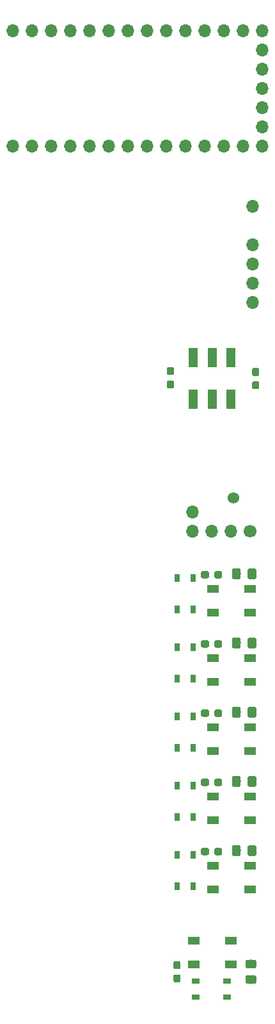
<source format=gbr>
G04 #@! TF.GenerationSoftware,KiCad,Pcbnew,(5.1.0)-1*
G04 #@! TF.CreationDate,2019-07-29T16:37:05-07:00*
G04 #@! TF.ProjectId,Watch V4,57617463-6820-4563-942e-6b696361645f,rev?*
G04 #@! TF.SameCoordinates,Original*
G04 #@! TF.FileFunction,Paste,Top*
G04 #@! TF.FilePolarity,Positive*
%FSLAX46Y46*%
G04 Gerber Fmt 4.6, Leading zero omitted, Abs format (unit mm)*
G04 Created by KiCad (PCBNEW (5.1.0)-1) date 2019-07-29 16:37:05*
%MOMM*%
%LPD*%
G04 APERTURE LIST*
%ADD10O,1.700000X1.700000*%
%ADD11C,1.524000*%
%ADD12R,1.500000X1.000000*%
%ADD13R,0.650000X1.050000*%
%ADD14C,0.100000*%
%ADD15C,0.950000*%
%ADD16C,1.150000*%
%ADD17R,1.050000X0.650000*%
%ADD18R,1.200000X2.500000*%
%ADD19C,1.700000*%
G04 APERTURE END LIST*
D10*
X158686500Y-53530500D03*
X158686500Y-58610500D03*
X158686500Y-66230500D03*
X158686500Y-63690500D03*
X158686500Y-61150500D03*
X147320000Y-45593000D03*
X149860000Y-45593000D03*
X144780000Y-45593000D03*
X154940000Y-45593000D03*
X127000000Y-45593000D03*
X129540000Y-45593000D03*
X127000000Y-30353000D03*
X129540000Y-30353000D03*
X132080000Y-30353000D03*
X134620000Y-30353000D03*
X137160000Y-30353000D03*
X139700000Y-30353000D03*
X132080000Y-45593000D03*
X134620000Y-45593000D03*
X137160000Y-45593000D03*
X139700000Y-45593000D03*
X142240000Y-45593000D03*
X152400000Y-45593000D03*
X157480000Y-45593000D03*
X160020000Y-45593000D03*
X160020000Y-43053000D03*
X160020000Y-40513000D03*
X142240000Y-30353000D03*
X144780000Y-30353000D03*
X147320000Y-30353000D03*
X149860000Y-30353000D03*
X152400000Y-30353000D03*
X154940000Y-30353000D03*
X157480000Y-30353000D03*
X160020000Y-30353000D03*
X160020000Y-32893000D03*
X160020000Y-35433000D03*
X160020000Y-37973000D03*
D11*
X156210000Y-92075000D03*
D12*
X153506000Y-104064000D03*
X153506000Y-107264000D03*
X158406000Y-104064000D03*
X158406000Y-107264000D03*
D13*
X148718000Y-106852000D03*
X148718000Y-102702000D03*
X150868000Y-106852000D03*
X150868000Y-102702000D03*
D14*
G36*
X154474779Y-101761144D02*
G01*
X154497834Y-101764563D01*
X154520443Y-101770227D01*
X154542387Y-101778079D01*
X154563457Y-101788044D01*
X154583448Y-101800026D01*
X154602168Y-101813910D01*
X154619438Y-101829562D01*
X154635090Y-101846832D01*
X154648974Y-101865552D01*
X154660956Y-101885543D01*
X154670921Y-101906613D01*
X154678773Y-101928557D01*
X154684437Y-101951166D01*
X154687856Y-101974221D01*
X154689000Y-101997500D01*
X154689000Y-102472500D01*
X154687856Y-102495779D01*
X154684437Y-102518834D01*
X154678773Y-102541443D01*
X154670921Y-102563387D01*
X154660956Y-102584457D01*
X154648974Y-102604448D01*
X154635090Y-102623168D01*
X154619438Y-102640438D01*
X154602168Y-102656090D01*
X154583448Y-102669974D01*
X154563457Y-102681956D01*
X154542387Y-102691921D01*
X154520443Y-102699773D01*
X154497834Y-102705437D01*
X154474779Y-102708856D01*
X154451500Y-102710000D01*
X153876500Y-102710000D01*
X153853221Y-102708856D01*
X153830166Y-102705437D01*
X153807557Y-102699773D01*
X153785613Y-102691921D01*
X153764543Y-102681956D01*
X153744552Y-102669974D01*
X153725832Y-102656090D01*
X153708562Y-102640438D01*
X153692910Y-102623168D01*
X153679026Y-102604448D01*
X153667044Y-102584457D01*
X153657079Y-102563387D01*
X153649227Y-102541443D01*
X153643563Y-102518834D01*
X153640144Y-102495779D01*
X153639000Y-102472500D01*
X153639000Y-101997500D01*
X153640144Y-101974221D01*
X153643563Y-101951166D01*
X153649227Y-101928557D01*
X153657079Y-101906613D01*
X153667044Y-101885543D01*
X153679026Y-101865552D01*
X153692910Y-101846832D01*
X153708562Y-101829562D01*
X153725832Y-101813910D01*
X153744552Y-101800026D01*
X153764543Y-101788044D01*
X153785613Y-101778079D01*
X153807557Y-101770227D01*
X153830166Y-101764563D01*
X153853221Y-101761144D01*
X153876500Y-101760000D01*
X154451500Y-101760000D01*
X154474779Y-101761144D01*
X154474779Y-101761144D01*
G37*
D15*
X154164000Y-102235000D03*
D14*
G36*
X152724779Y-101761144D02*
G01*
X152747834Y-101764563D01*
X152770443Y-101770227D01*
X152792387Y-101778079D01*
X152813457Y-101788044D01*
X152833448Y-101800026D01*
X152852168Y-101813910D01*
X152869438Y-101829562D01*
X152885090Y-101846832D01*
X152898974Y-101865552D01*
X152910956Y-101885543D01*
X152920921Y-101906613D01*
X152928773Y-101928557D01*
X152934437Y-101951166D01*
X152937856Y-101974221D01*
X152939000Y-101997500D01*
X152939000Y-102472500D01*
X152937856Y-102495779D01*
X152934437Y-102518834D01*
X152928773Y-102541443D01*
X152920921Y-102563387D01*
X152910956Y-102584457D01*
X152898974Y-102604448D01*
X152885090Y-102623168D01*
X152869438Y-102640438D01*
X152852168Y-102656090D01*
X152833448Y-102669974D01*
X152813457Y-102681956D01*
X152792387Y-102691921D01*
X152770443Y-102699773D01*
X152747834Y-102705437D01*
X152724779Y-102708856D01*
X152701500Y-102710000D01*
X152126500Y-102710000D01*
X152103221Y-102708856D01*
X152080166Y-102705437D01*
X152057557Y-102699773D01*
X152035613Y-102691921D01*
X152014543Y-102681956D01*
X151994552Y-102669974D01*
X151975832Y-102656090D01*
X151958562Y-102640438D01*
X151942910Y-102623168D01*
X151929026Y-102604448D01*
X151917044Y-102584457D01*
X151907079Y-102563387D01*
X151899227Y-102541443D01*
X151893563Y-102518834D01*
X151890144Y-102495779D01*
X151889000Y-102472500D01*
X151889000Y-101997500D01*
X151890144Y-101974221D01*
X151893563Y-101951166D01*
X151899227Y-101928557D01*
X151907079Y-101906613D01*
X151917044Y-101885543D01*
X151929026Y-101865552D01*
X151942910Y-101846832D01*
X151958562Y-101829562D01*
X151975832Y-101813910D01*
X151994552Y-101800026D01*
X152014543Y-101788044D01*
X152035613Y-101778079D01*
X152057557Y-101770227D01*
X152080166Y-101764563D01*
X152103221Y-101761144D01*
X152126500Y-101760000D01*
X152701500Y-101760000D01*
X152724779Y-101761144D01*
X152724779Y-101761144D01*
G37*
D15*
X152414000Y-102235000D03*
D14*
G36*
X158981505Y-101409204D02*
G01*
X159005773Y-101412804D01*
X159029572Y-101418765D01*
X159052671Y-101427030D01*
X159074850Y-101437520D01*
X159095893Y-101450132D01*
X159115599Y-101464747D01*
X159133777Y-101481223D01*
X159150253Y-101499401D01*
X159164868Y-101519107D01*
X159177480Y-101540150D01*
X159187970Y-101562329D01*
X159196235Y-101585428D01*
X159202196Y-101609227D01*
X159205796Y-101633495D01*
X159207000Y-101657999D01*
X159207000Y-102558001D01*
X159205796Y-102582505D01*
X159202196Y-102606773D01*
X159196235Y-102630572D01*
X159187970Y-102653671D01*
X159177480Y-102675850D01*
X159164868Y-102696893D01*
X159150253Y-102716599D01*
X159133777Y-102734777D01*
X159115599Y-102751253D01*
X159095893Y-102765868D01*
X159074850Y-102778480D01*
X159052671Y-102788970D01*
X159029572Y-102797235D01*
X159005773Y-102803196D01*
X158981505Y-102806796D01*
X158957001Y-102808000D01*
X158306999Y-102808000D01*
X158282495Y-102806796D01*
X158258227Y-102803196D01*
X158234428Y-102797235D01*
X158211329Y-102788970D01*
X158189150Y-102778480D01*
X158168107Y-102765868D01*
X158148401Y-102751253D01*
X158130223Y-102734777D01*
X158113747Y-102716599D01*
X158099132Y-102696893D01*
X158086520Y-102675850D01*
X158076030Y-102653671D01*
X158067765Y-102630572D01*
X158061804Y-102606773D01*
X158058204Y-102582505D01*
X158057000Y-102558001D01*
X158057000Y-101657999D01*
X158058204Y-101633495D01*
X158061804Y-101609227D01*
X158067765Y-101585428D01*
X158076030Y-101562329D01*
X158086520Y-101540150D01*
X158099132Y-101519107D01*
X158113747Y-101499401D01*
X158130223Y-101481223D01*
X158148401Y-101464747D01*
X158168107Y-101450132D01*
X158189150Y-101437520D01*
X158211329Y-101427030D01*
X158234428Y-101418765D01*
X158258227Y-101412804D01*
X158282495Y-101409204D01*
X158306999Y-101408000D01*
X158957001Y-101408000D01*
X158981505Y-101409204D01*
X158981505Y-101409204D01*
G37*
D16*
X158632000Y-102108000D03*
D14*
G36*
X156931505Y-101409204D02*
G01*
X156955773Y-101412804D01*
X156979572Y-101418765D01*
X157002671Y-101427030D01*
X157024850Y-101437520D01*
X157045893Y-101450132D01*
X157065599Y-101464747D01*
X157083777Y-101481223D01*
X157100253Y-101499401D01*
X157114868Y-101519107D01*
X157127480Y-101540150D01*
X157137970Y-101562329D01*
X157146235Y-101585428D01*
X157152196Y-101609227D01*
X157155796Y-101633495D01*
X157157000Y-101657999D01*
X157157000Y-102558001D01*
X157155796Y-102582505D01*
X157152196Y-102606773D01*
X157146235Y-102630572D01*
X157137970Y-102653671D01*
X157127480Y-102675850D01*
X157114868Y-102696893D01*
X157100253Y-102716599D01*
X157083777Y-102734777D01*
X157065599Y-102751253D01*
X157045893Y-102765868D01*
X157024850Y-102778480D01*
X157002671Y-102788970D01*
X156979572Y-102797235D01*
X156955773Y-102803196D01*
X156931505Y-102806796D01*
X156907001Y-102808000D01*
X156256999Y-102808000D01*
X156232495Y-102806796D01*
X156208227Y-102803196D01*
X156184428Y-102797235D01*
X156161329Y-102788970D01*
X156139150Y-102778480D01*
X156118107Y-102765868D01*
X156098401Y-102751253D01*
X156080223Y-102734777D01*
X156063747Y-102716599D01*
X156049132Y-102696893D01*
X156036520Y-102675850D01*
X156026030Y-102653671D01*
X156017765Y-102630572D01*
X156011804Y-102606773D01*
X156008204Y-102582505D01*
X156007000Y-102558001D01*
X156007000Y-101657999D01*
X156008204Y-101633495D01*
X156011804Y-101609227D01*
X156017765Y-101585428D01*
X156026030Y-101562329D01*
X156036520Y-101540150D01*
X156049132Y-101519107D01*
X156063747Y-101499401D01*
X156080223Y-101481223D01*
X156098401Y-101464747D01*
X156118107Y-101450132D01*
X156139150Y-101437520D01*
X156161329Y-101427030D01*
X156184428Y-101418765D01*
X156208227Y-101412804D01*
X156232495Y-101409204D01*
X156256999Y-101408000D01*
X156907001Y-101408000D01*
X156931505Y-101409204D01*
X156931505Y-101409204D01*
G37*
D16*
X156582000Y-102108000D03*
D12*
X153506000Y-113208000D03*
X153506000Y-116408000D03*
X158406000Y-113208000D03*
X158406000Y-116408000D03*
D13*
X148718000Y-115996000D03*
X148718000Y-111846000D03*
X150868000Y-115996000D03*
X150868000Y-111846000D03*
D14*
G36*
X154474779Y-110905144D02*
G01*
X154497834Y-110908563D01*
X154520443Y-110914227D01*
X154542387Y-110922079D01*
X154563457Y-110932044D01*
X154583448Y-110944026D01*
X154602168Y-110957910D01*
X154619438Y-110973562D01*
X154635090Y-110990832D01*
X154648974Y-111009552D01*
X154660956Y-111029543D01*
X154670921Y-111050613D01*
X154678773Y-111072557D01*
X154684437Y-111095166D01*
X154687856Y-111118221D01*
X154689000Y-111141500D01*
X154689000Y-111616500D01*
X154687856Y-111639779D01*
X154684437Y-111662834D01*
X154678773Y-111685443D01*
X154670921Y-111707387D01*
X154660956Y-111728457D01*
X154648974Y-111748448D01*
X154635090Y-111767168D01*
X154619438Y-111784438D01*
X154602168Y-111800090D01*
X154583448Y-111813974D01*
X154563457Y-111825956D01*
X154542387Y-111835921D01*
X154520443Y-111843773D01*
X154497834Y-111849437D01*
X154474779Y-111852856D01*
X154451500Y-111854000D01*
X153876500Y-111854000D01*
X153853221Y-111852856D01*
X153830166Y-111849437D01*
X153807557Y-111843773D01*
X153785613Y-111835921D01*
X153764543Y-111825956D01*
X153744552Y-111813974D01*
X153725832Y-111800090D01*
X153708562Y-111784438D01*
X153692910Y-111767168D01*
X153679026Y-111748448D01*
X153667044Y-111728457D01*
X153657079Y-111707387D01*
X153649227Y-111685443D01*
X153643563Y-111662834D01*
X153640144Y-111639779D01*
X153639000Y-111616500D01*
X153639000Y-111141500D01*
X153640144Y-111118221D01*
X153643563Y-111095166D01*
X153649227Y-111072557D01*
X153657079Y-111050613D01*
X153667044Y-111029543D01*
X153679026Y-111009552D01*
X153692910Y-110990832D01*
X153708562Y-110973562D01*
X153725832Y-110957910D01*
X153744552Y-110944026D01*
X153764543Y-110932044D01*
X153785613Y-110922079D01*
X153807557Y-110914227D01*
X153830166Y-110908563D01*
X153853221Y-110905144D01*
X153876500Y-110904000D01*
X154451500Y-110904000D01*
X154474779Y-110905144D01*
X154474779Y-110905144D01*
G37*
D15*
X154164000Y-111379000D03*
D14*
G36*
X152724779Y-110905144D02*
G01*
X152747834Y-110908563D01*
X152770443Y-110914227D01*
X152792387Y-110922079D01*
X152813457Y-110932044D01*
X152833448Y-110944026D01*
X152852168Y-110957910D01*
X152869438Y-110973562D01*
X152885090Y-110990832D01*
X152898974Y-111009552D01*
X152910956Y-111029543D01*
X152920921Y-111050613D01*
X152928773Y-111072557D01*
X152934437Y-111095166D01*
X152937856Y-111118221D01*
X152939000Y-111141500D01*
X152939000Y-111616500D01*
X152937856Y-111639779D01*
X152934437Y-111662834D01*
X152928773Y-111685443D01*
X152920921Y-111707387D01*
X152910956Y-111728457D01*
X152898974Y-111748448D01*
X152885090Y-111767168D01*
X152869438Y-111784438D01*
X152852168Y-111800090D01*
X152833448Y-111813974D01*
X152813457Y-111825956D01*
X152792387Y-111835921D01*
X152770443Y-111843773D01*
X152747834Y-111849437D01*
X152724779Y-111852856D01*
X152701500Y-111854000D01*
X152126500Y-111854000D01*
X152103221Y-111852856D01*
X152080166Y-111849437D01*
X152057557Y-111843773D01*
X152035613Y-111835921D01*
X152014543Y-111825956D01*
X151994552Y-111813974D01*
X151975832Y-111800090D01*
X151958562Y-111784438D01*
X151942910Y-111767168D01*
X151929026Y-111748448D01*
X151917044Y-111728457D01*
X151907079Y-111707387D01*
X151899227Y-111685443D01*
X151893563Y-111662834D01*
X151890144Y-111639779D01*
X151889000Y-111616500D01*
X151889000Y-111141500D01*
X151890144Y-111118221D01*
X151893563Y-111095166D01*
X151899227Y-111072557D01*
X151907079Y-111050613D01*
X151917044Y-111029543D01*
X151929026Y-111009552D01*
X151942910Y-110990832D01*
X151958562Y-110973562D01*
X151975832Y-110957910D01*
X151994552Y-110944026D01*
X152014543Y-110932044D01*
X152035613Y-110922079D01*
X152057557Y-110914227D01*
X152080166Y-110908563D01*
X152103221Y-110905144D01*
X152126500Y-110904000D01*
X152701500Y-110904000D01*
X152724779Y-110905144D01*
X152724779Y-110905144D01*
G37*
D15*
X152414000Y-111379000D03*
D14*
G36*
X158981505Y-110553204D02*
G01*
X159005773Y-110556804D01*
X159029572Y-110562765D01*
X159052671Y-110571030D01*
X159074850Y-110581520D01*
X159095893Y-110594132D01*
X159115599Y-110608747D01*
X159133777Y-110625223D01*
X159150253Y-110643401D01*
X159164868Y-110663107D01*
X159177480Y-110684150D01*
X159187970Y-110706329D01*
X159196235Y-110729428D01*
X159202196Y-110753227D01*
X159205796Y-110777495D01*
X159207000Y-110801999D01*
X159207000Y-111702001D01*
X159205796Y-111726505D01*
X159202196Y-111750773D01*
X159196235Y-111774572D01*
X159187970Y-111797671D01*
X159177480Y-111819850D01*
X159164868Y-111840893D01*
X159150253Y-111860599D01*
X159133777Y-111878777D01*
X159115599Y-111895253D01*
X159095893Y-111909868D01*
X159074850Y-111922480D01*
X159052671Y-111932970D01*
X159029572Y-111941235D01*
X159005773Y-111947196D01*
X158981505Y-111950796D01*
X158957001Y-111952000D01*
X158306999Y-111952000D01*
X158282495Y-111950796D01*
X158258227Y-111947196D01*
X158234428Y-111941235D01*
X158211329Y-111932970D01*
X158189150Y-111922480D01*
X158168107Y-111909868D01*
X158148401Y-111895253D01*
X158130223Y-111878777D01*
X158113747Y-111860599D01*
X158099132Y-111840893D01*
X158086520Y-111819850D01*
X158076030Y-111797671D01*
X158067765Y-111774572D01*
X158061804Y-111750773D01*
X158058204Y-111726505D01*
X158057000Y-111702001D01*
X158057000Y-110801999D01*
X158058204Y-110777495D01*
X158061804Y-110753227D01*
X158067765Y-110729428D01*
X158076030Y-110706329D01*
X158086520Y-110684150D01*
X158099132Y-110663107D01*
X158113747Y-110643401D01*
X158130223Y-110625223D01*
X158148401Y-110608747D01*
X158168107Y-110594132D01*
X158189150Y-110581520D01*
X158211329Y-110571030D01*
X158234428Y-110562765D01*
X158258227Y-110556804D01*
X158282495Y-110553204D01*
X158306999Y-110552000D01*
X158957001Y-110552000D01*
X158981505Y-110553204D01*
X158981505Y-110553204D01*
G37*
D16*
X158632000Y-111252000D03*
D14*
G36*
X156931505Y-110553204D02*
G01*
X156955773Y-110556804D01*
X156979572Y-110562765D01*
X157002671Y-110571030D01*
X157024850Y-110581520D01*
X157045893Y-110594132D01*
X157065599Y-110608747D01*
X157083777Y-110625223D01*
X157100253Y-110643401D01*
X157114868Y-110663107D01*
X157127480Y-110684150D01*
X157137970Y-110706329D01*
X157146235Y-110729428D01*
X157152196Y-110753227D01*
X157155796Y-110777495D01*
X157157000Y-110801999D01*
X157157000Y-111702001D01*
X157155796Y-111726505D01*
X157152196Y-111750773D01*
X157146235Y-111774572D01*
X157137970Y-111797671D01*
X157127480Y-111819850D01*
X157114868Y-111840893D01*
X157100253Y-111860599D01*
X157083777Y-111878777D01*
X157065599Y-111895253D01*
X157045893Y-111909868D01*
X157024850Y-111922480D01*
X157002671Y-111932970D01*
X156979572Y-111941235D01*
X156955773Y-111947196D01*
X156931505Y-111950796D01*
X156907001Y-111952000D01*
X156256999Y-111952000D01*
X156232495Y-111950796D01*
X156208227Y-111947196D01*
X156184428Y-111941235D01*
X156161329Y-111932970D01*
X156139150Y-111922480D01*
X156118107Y-111909868D01*
X156098401Y-111895253D01*
X156080223Y-111878777D01*
X156063747Y-111860599D01*
X156049132Y-111840893D01*
X156036520Y-111819850D01*
X156026030Y-111797671D01*
X156017765Y-111774572D01*
X156011804Y-111750773D01*
X156008204Y-111726505D01*
X156007000Y-111702001D01*
X156007000Y-110801999D01*
X156008204Y-110777495D01*
X156011804Y-110753227D01*
X156017765Y-110729428D01*
X156026030Y-110706329D01*
X156036520Y-110684150D01*
X156049132Y-110663107D01*
X156063747Y-110643401D01*
X156080223Y-110625223D01*
X156098401Y-110608747D01*
X156118107Y-110594132D01*
X156139150Y-110581520D01*
X156161329Y-110571030D01*
X156184428Y-110562765D01*
X156208227Y-110556804D01*
X156232495Y-110553204D01*
X156256999Y-110552000D01*
X156907001Y-110552000D01*
X156931505Y-110553204D01*
X156931505Y-110553204D01*
G37*
D16*
X156582000Y-111252000D03*
D12*
X153506000Y-122352000D03*
X153506000Y-125552000D03*
X158406000Y-122352000D03*
X158406000Y-125552000D03*
D13*
X148718000Y-125140000D03*
X148718000Y-120990000D03*
X150868000Y-125140000D03*
X150868000Y-120990000D03*
D14*
G36*
X154474779Y-120049144D02*
G01*
X154497834Y-120052563D01*
X154520443Y-120058227D01*
X154542387Y-120066079D01*
X154563457Y-120076044D01*
X154583448Y-120088026D01*
X154602168Y-120101910D01*
X154619438Y-120117562D01*
X154635090Y-120134832D01*
X154648974Y-120153552D01*
X154660956Y-120173543D01*
X154670921Y-120194613D01*
X154678773Y-120216557D01*
X154684437Y-120239166D01*
X154687856Y-120262221D01*
X154689000Y-120285500D01*
X154689000Y-120760500D01*
X154687856Y-120783779D01*
X154684437Y-120806834D01*
X154678773Y-120829443D01*
X154670921Y-120851387D01*
X154660956Y-120872457D01*
X154648974Y-120892448D01*
X154635090Y-120911168D01*
X154619438Y-120928438D01*
X154602168Y-120944090D01*
X154583448Y-120957974D01*
X154563457Y-120969956D01*
X154542387Y-120979921D01*
X154520443Y-120987773D01*
X154497834Y-120993437D01*
X154474779Y-120996856D01*
X154451500Y-120998000D01*
X153876500Y-120998000D01*
X153853221Y-120996856D01*
X153830166Y-120993437D01*
X153807557Y-120987773D01*
X153785613Y-120979921D01*
X153764543Y-120969956D01*
X153744552Y-120957974D01*
X153725832Y-120944090D01*
X153708562Y-120928438D01*
X153692910Y-120911168D01*
X153679026Y-120892448D01*
X153667044Y-120872457D01*
X153657079Y-120851387D01*
X153649227Y-120829443D01*
X153643563Y-120806834D01*
X153640144Y-120783779D01*
X153639000Y-120760500D01*
X153639000Y-120285500D01*
X153640144Y-120262221D01*
X153643563Y-120239166D01*
X153649227Y-120216557D01*
X153657079Y-120194613D01*
X153667044Y-120173543D01*
X153679026Y-120153552D01*
X153692910Y-120134832D01*
X153708562Y-120117562D01*
X153725832Y-120101910D01*
X153744552Y-120088026D01*
X153764543Y-120076044D01*
X153785613Y-120066079D01*
X153807557Y-120058227D01*
X153830166Y-120052563D01*
X153853221Y-120049144D01*
X153876500Y-120048000D01*
X154451500Y-120048000D01*
X154474779Y-120049144D01*
X154474779Y-120049144D01*
G37*
D15*
X154164000Y-120523000D03*
D14*
G36*
X152724779Y-120049144D02*
G01*
X152747834Y-120052563D01*
X152770443Y-120058227D01*
X152792387Y-120066079D01*
X152813457Y-120076044D01*
X152833448Y-120088026D01*
X152852168Y-120101910D01*
X152869438Y-120117562D01*
X152885090Y-120134832D01*
X152898974Y-120153552D01*
X152910956Y-120173543D01*
X152920921Y-120194613D01*
X152928773Y-120216557D01*
X152934437Y-120239166D01*
X152937856Y-120262221D01*
X152939000Y-120285500D01*
X152939000Y-120760500D01*
X152937856Y-120783779D01*
X152934437Y-120806834D01*
X152928773Y-120829443D01*
X152920921Y-120851387D01*
X152910956Y-120872457D01*
X152898974Y-120892448D01*
X152885090Y-120911168D01*
X152869438Y-120928438D01*
X152852168Y-120944090D01*
X152833448Y-120957974D01*
X152813457Y-120969956D01*
X152792387Y-120979921D01*
X152770443Y-120987773D01*
X152747834Y-120993437D01*
X152724779Y-120996856D01*
X152701500Y-120998000D01*
X152126500Y-120998000D01*
X152103221Y-120996856D01*
X152080166Y-120993437D01*
X152057557Y-120987773D01*
X152035613Y-120979921D01*
X152014543Y-120969956D01*
X151994552Y-120957974D01*
X151975832Y-120944090D01*
X151958562Y-120928438D01*
X151942910Y-120911168D01*
X151929026Y-120892448D01*
X151917044Y-120872457D01*
X151907079Y-120851387D01*
X151899227Y-120829443D01*
X151893563Y-120806834D01*
X151890144Y-120783779D01*
X151889000Y-120760500D01*
X151889000Y-120285500D01*
X151890144Y-120262221D01*
X151893563Y-120239166D01*
X151899227Y-120216557D01*
X151907079Y-120194613D01*
X151917044Y-120173543D01*
X151929026Y-120153552D01*
X151942910Y-120134832D01*
X151958562Y-120117562D01*
X151975832Y-120101910D01*
X151994552Y-120088026D01*
X152014543Y-120076044D01*
X152035613Y-120066079D01*
X152057557Y-120058227D01*
X152080166Y-120052563D01*
X152103221Y-120049144D01*
X152126500Y-120048000D01*
X152701500Y-120048000D01*
X152724779Y-120049144D01*
X152724779Y-120049144D01*
G37*
D15*
X152414000Y-120523000D03*
D14*
G36*
X158981505Y-119697204D02*
G01*
X159005773Y-119700804D01*
X159029572Y-119706765D01*
X159052671Y-119715030D01*
X159074850Y-119725520D01*
X159095893Y-119738132D01*
X159115599Y-119752747D01*
X159133777Y-119769223D01*
X159150253Y-119787401D01*
X159164868Y-119807107D01*
X159177480Y-119828150D01*
X159187970Y-119850329D01*
X159196235Y-119873428D01*
X159202196Y-119897227D01*
X159205796Y-119921495D01*
X159207000Y-119945999D01*
X159207000Y-120846001D01*
X159205796Y-120870505D01*
X159202196Y-120894773D01*
X159196235Y-120918572D01*
X159187970Y-120941671D01*
X159177480Y-120963850D01*
X159164868Y-120984893D01*
X159150253Y-121004599D01*
X159133777Y-121022777D01*
X159115599Y-121039253D01*
X159095893Y-121053868D01*
X159074850Y-121066480D01*
X159052671Y-121076970D01*
X159029572Y-121085235D01*
X159005773Y-121091196D01*
X158981505Y-121094796D01*
X158957001Y-121096000D01*
X158306999Y-121096000D01*
X158282495Y-121094796D01*
X158258227Y-121091196D01*
X158234428Y-121085235D01*
X158211329Y-121076970D01*
X158189150Y-121066480D01*
X158168107Y-121053868D01*
X158148401Y-121039253D01*
X158130223Y-121022777D01*
X158113747Y-121004599D01*
X158099132Y-120984893D01*
X158086520Y-120963850D01*
X158076030Y-120941671D01*
X158067765Y-120918572D01*
X158061804Y-120894773D01*
X158058204Y-120870505D01*
X158057000Y-120846001D01*
X158057000Y-119945999D01*
X158058204Y-119921495D01*
X158061804Y-119897227D01*
X158067765Y-119873428D01*
X158076030Y-119850329D01*
X158086520Y-119828150D01*
X158099132Y-119807107D01*
X158113747Y-119787401D01*
X158130223Y-119769223D01*
X158148401Y-119752747D01*
X158168107Y-119738132D01*
X158189150Y-119725520D01*
X158211329Y-119715030D01*
X158234428Y-119706765D01*
X158258227Y-119700804D01*
X158282495Y-119697204D01*
X158306999Y-119696000D01*
X158957001Y-119696000D01*
X158981505Y-119697204D01*
X158981505Y-119697204D01*
G37*
D16*
X158632000Y-120396000D03*
D14*
G36*
X156931505Y-119697204D02*
G01*
X156955773Y-119700804D01*
X156979572Y-119706765D01*
X157002671Y-119715030D01*
X157024850Y-119725520D01*
X157045893Y-119738132D01*
X157065599Y-119752747D01*
X157083777Y-119769223D01*
X157100253Y-119787401D01*
X157114868Y-119807107D01*
X157127480Y-119828150D01*
X157137970Y-119850329D01*
X157146235Y-119873428D01*
X157152196Y-119897227D01*
X157155796Y-119921495D01*
X157157000Y-119945999D01*
X157157000Y-120846001D01*
X157155796Y-120870505D01*
X157152196Y-120894773D01*
X157146235Y-120918572D01*
X157137970Y-120941671D01*
X157127480Y-120963850D01*
X157114868Y-120984893D01*
X157100253Y-121004599D01*
X157083777Y-121022777D01*
X157065599Y-121039253D01*
X157045893Y-121053868D01*
X157024850Y-121066480D01*
X157002671Y-121076970D01*
X156979572Y-121085235D01*
X156955773Y-121091196D01*
X156931505Y-121094796D01*
X156907001Y-121096000D01*
X156256999Y-121096000D01*
X156232495Y-121094796D01*
X156208227Y-121091196D01*
X156184428Y-121085235D01*
X156161329Y-121076970D01*
X156139150Y-121066480D01*
X156118107Y-121053868D01*
X156098401Y-121039253D01*
X156080223Y-121022777D01*
X156063747Y-121004599D01*
X156049132Y-120984893D01*
X156036520Y-120963850D01*
X156026030Y-120941671D01*
X156017765Y-120918572D01*
X156011804Y-120894773D01*
X156008204Y-120870505D01*
X156007000Y-120846001D01*
X156007000Y-119945999D01*
X156008204Y-119921495D01*
X156011804Y-119897227D01*
X156017765Y-119873428D01*
X156026030Y-119850329D01*
X156036520Y-119828150D01*
X156049132Y-119807107D01*
X156063747Y-119787401D01*
X156080223Y-119769223D01*
X156098401Y-119752747D01*
X156118107Y-119738132D01*
X156139150Y-119725520D01*
X156161329Y-119715030D01*
X156184428Y-119706765D01*
X156208227Y-119700804D01*
X156232495Y-119697204D01*
X156256999Y-119696000D01*
X156907001Y-119696000D01*
X156931505Y-119697204D01*
X156931505Y-119697204D01*
G37*
D16*
X156582000Y-120396000D03*
D12*
X153506000Y-131496000D03*
X153506000Y-134696000D03*
X158406000Y-131496000D03*
X158406000Y-134696000D03*
D13*
X148718000Y-134284000D03*
X148718000Y-130134000D03*
X150868000Y-134284000D03*
X150868000Y-130134000D03*
D14*
G36*
X154474779Y-129193144D02*
G01*
X154497834Y-129196563D01*
X154520443Y-129202227D01*
X154542387Y-129210079D01*
X154563457Y-129220044D01*
X154583448Y-129232026D01*
X154602168Y-129245910D01*
X154619438Y-129261562D01*
X154635090Y-129278832D01*
X154648974Y-129297552D01*
X154660956Y-129317543D01*
X154670921Y-129338613D01*
X154678773Y-129360557D01*
X154684437Y-129383166D01*
X154687856Y-129406221D01*
X154689000Y-129429500D01*
X154689000Y-129904500D01*
X154687856Y-129927779D01*
X154684437Y-129950834D01*
X154678773Y-129973443D01*
X154670921Y-129995387D01*
X154660956Y-130016457D01*
X154648974Y-130036448D01*
X154635090Y-130055168D01*
X154619438Y-130072438D01*
X154602168Y-130088090D01*
X154583448Y-130101974D01*
X154563457Y-130113956D01*
X154542387Y-130123921D01*
X154520443Y-130131773D01*
X154497834Y-130137437D01*
X154474779Y-130140856D01*
X154451500Y-130142000D01*
X153876500Y-130142000D01*
X153853221Y-130140856D01*
X153830166Y-130137437D01*
X153807557Y-130131773D01*
X153785613Y-130123921D01*
X153764543Y-130113956D01*
X153744552Y-130101974D01*
X153725832Y-130088090D01*
X153708562Y-130072438D01*
X153692910Y-130055168D01*
X153679026Y-130036448D01*
X153667044Y-130016457D01*
X153657079Y-129995387D01*
X153649227Y-129973443D01*
X153643563Y-129950834D01*
X153640144Y-129927779D01*
X153639000Y-129904500D01*
X153639000Y-129429500D01*
X153640144Y-129406221D01*
X153643563Y-129383166D01*
X153649227Y-129360557D01*
X153657079Y-129338613D01*
X153667044Y-129317543D01*
X153679026Y-129297552D01*
X153692910Y-129278832D01*
X153708562Y-129261562D01*
X153725832Y-129245910D01*
X153744552Y-129232026D01*
X153764543Y-129220044D01*
X153785613Y-129210079D01*
X153807557Y-129202227D01*
X153830166Y-129196563D01*
X153853221Y-129193144D01*
X153876500Y-129192000D01*
X154451500Y-129192000D01*
X154474779Y-129193144D01*
X154474779Y-129193144D01*
G37*
D15*
X154164000Y-129667000D03*
D14*
G36*
X152724779Y-129193144D02*
G01*
X152747834Y-129196563D01*
X152770443Y-129202227D01*
X152792387Y-129210079D01*
X152813457Y-129220044D01*
X152833448Y-129232026D01*
X152852168Y-129245910D01*
X152869438Y-129261562D01*
X152885090Y-129278832D01*
X152898974Y-129297552D01*
X152910956Y-129317543D01*
X152920921Y-129338613D01*
X152928773Y-129360557D01*
X152934437Y-129383166D01*
X152937856Y-129406221D01*
X152939000Y-129429500D01*
X152939000Y-129904500D01*
X152937856Y-129927779D01*
X152934437Y-129950834D01*
X152928773Y-129973443D01*
X152920921Y-129995387D01*
X152910956Y-130016457D01*
X152898974Y-130036448D01*
X152885090Y-130055168D01*
X152869438Y-130072438D01*
X152852168Y-130088090D01*
X152833448Y-130101974D01*
X152813457Y-130113956D01*
X152792387Y-130123921D01*
X152770443Y-130131773D01*
X152747834Y-130137437D01*
X152724779Y-130140856D01*
X152701500Y-130142000D01*
X152126500Y-130142000D01*
X152103221Y-130140856D01*
X152080166Y-130137437D01*
X152057557Y-130131773D01*
X152035613Y-130123921D01*
X152014543Y-130113956D01*
X151994552Y-130101974D01*
X151975832Y-130088090D01*
X151958562Y-130072438D01*
X151942910Y-130055168D01*
X151929026Y-130036448D01*
X151917044Y-130016457D01*
X151907079Y-129995387D01*
X151899227Y-129973443D01*
X151893563Y-129950834D01*
X151890144Y-129927779D01*
X151889000Y-129904500D01*
X151889000Y-129429500D01*
X151890144Y-129406221D01*
X151893563Y-129383166D01*
X151899227Y-129360557D01*
X151907079Y-129338613D01*
X151917044Y-129317543D01*
X151929026Y-129297552D01*
X151942910Y-129278832D01*
X151958562Y-129261562D01*
X151975832Y-129245910D01*
X151994552Y-129232026D01*
X152014543Y-129220044D01*
X152035613Y-129210079D01*
X152057557Y-129202227D01*
X152080166Y-129196563D01*
X152103221Y-129193144D01*
X152126500Y-129192000D01*
X152701500Y-129192000D01*
X152724779Y-129193144D01*
X152724779Y-129193144D01*
G37*
D15*
X152414000Y-129667000D03*
D14*
G36*
X158981505Y-128841204D02*
G01*
X159005773Y-128844804D01*
X159029572Y-128850765D01*
X159052671Y-128859030D01*
X159074850Y-128869520D01*
X159095893Y-128882132D01*
X159115599Y-128896747D01*
X159133777Y-128913223D01*
X159150253Y-128931401D01*
X159164868Y-128951107D01*
X159177480Y-128972150D01*
X159187970Y-128994329D01*
X159196235Y-129017428D01*
X159202196Y-129041227D01*
X159205796Y-129065495D01*
X159207000Y-129089999D01*
X159207000Y-129990001D01*
X159205796Y-130014505D01*
X159202196Y-130038773D01*
X159196235Y-130062572D01*
X159187970Y-130085671D01*
X159177480Y-130107850D01*
X159164868Y-130128893D01*
X159150253Y-130148599D01*
X159133777Y-130166777D01*
X159115599Y-130183253D01*
X159095893Y-130197868D01*
X159074850Y-130210480D01*
X159052671Y-130220970D01*
X159029572Y-130229235D01*
X159005773Y-130235196D01*
X158981505Y-130238796D01*
X158957001Y-130240000D01*
X158306999Y-130240000D01*
X158282495Y-130238796D01*
X158258227Y-130235196D01*
X158234428Y-130229235D01*
X158211329Y-130220970D01*
X158189150Y-130210480D01*
X158168107Y-130197868D01*
X158148401Y-130183253D01*
X158130223Y-130166777D01*
X158113747Y-130148599D01*
X158099132Y-130128893D01*
X158086520Y-130107850D01*
X158076030Y-130085671D01*
X158067765Y-130062572D01*
X158061804Y-130038773D01*
X158058204Y-130014505D01*
X158057000Y-129990001D01*
X158057000Y-129089999D01*
X158058204Y-129065495D01*
X158061804Y-129041227D01*
X158067765Y-129017428D01*
X158076030Y-128994329D01*
X158086520Y-128972150D01*
X158099132Y-128951107D01*
X158113747Y-128931401D01*
X158130223Y-128913223D01*
X158148401Y-128896747D01*
X158168107Y-128882132D01*
X158189150Y-128869520D01*
X158211329Y-128859030D01*
X158234428Y-128850765D01*
X158258227Y-128844804D01*
X158282495Y-128841204D01*
X158306999Y-128840000D01*
X158957001Y-128840000D01*
X158981505Y-128841204D01*
X158981505Y-128841204D01*
G37*
D16*
X158632000Y-129540000D03*
D14*
G36*
X156931505Y-128841204D02*
G01*
X156955773Y-128844804D01*
X156979572Y-128850765D01*
X157002671Y-128859030D01*
X157024850Y-128869520D01*
X157045893Y-128882132D01*
X157065599Y-128896747D01*
X157083777Y-128913223D01*
X157100253Y-128931401D01*
X157114868Y-128951107D01*
X157127480Y-128972150D01*
X157137970Y-128994329D01*
X157146235Y-129017428D01*
X157152196Y-129041227D01*
X157155796Y-129065495D01*
X157157000Y-129089999D01*
X157157000Y-129990001D01*
X157155796Y-130014505D01*
X157152196Y-130038773D01*
X157146235Y-130062572D01*
X157137970Y-130085671D01*
X157127480Y-130107850D01*
X157114868Y-130128893D01*
X157100253Y-130148599D01*
X157083777Y-130166777D01*
X157065599Y-130183253D01*
X157045893Y-130197868D01*
X157024850Y-130210480D01*
X157002671Y-130220970D01*
X156979572Y-130229235D01*
X156955773Y-130235196D01*
X156931505Y-130238796D01*
X156907001Y-130240000D01*
X156256999Y-130240000D01*
X156232495Y-130238796D01*
X156208227Y-130235196D01*
X156184428Y-130229235D01*
X156161329Y-130220970D01*
X156139150Y-130210480D01*
X156118107Y-130197868D01*
X156098401Y-130183253D01*
X156080223Y-130166777D01*
X156063747Y-130148599D01*
X156049132Y-130128893D01*
X156036520Y-130107850D01*
X156026030Y-130085671D01*
X156017765Y-130062572D01*
X156011804Y-130038773D01*
X156008204Y-130014505D01*
X156007000Y-129990001D01*
X156007000Y-129089999D01*
X156008204Y-129065495D01*
X156011804Y-129041227D01*
X156017765Y-129017428D01*
X156026030Y-128994329D01*
X156036520Y-128972150D01*
X156049132Y-128951107D01*
X156063747Y-128931401D01*
X156080223Y-128913223D01*
X156098401Y-128896747D01*
X156118107Y-128882132D01*
X156139150Y-128869520D01*
X156161329Y-128859030D01*
X156184428Y-128850765D01*
X156208227Y-128844804D01*
X156232495Y-128841204D01*
X156256999Y-128840000D01*
X156907001Y-128840000D01*
X156931505Y-128841204D01*
X156931505Y-128841204D01*
G37*
D16*
X156582000Y-129540000D03*
D14*
G36*
X159391779Y-76678144D02*
G01*
X159414834Y-76681563D01*
X159437443Y-76687227D01*
X159459387Y-76695079D01*
X159480457Y-76705044D01*
X159500448Y-76717026D01*
X159519168Y-76730910D01*
X159536438Y-76746562D01*
X159552090Y-76763832D01*
X159565974Y-76782552D01*
X159577956Y-76802543D01*
X159587921Y-76823613D01*
X159595773Y-76845557D01*
X159601437Y-76868166D01*
X159604856Y-76891221D01*
X159606000Y-76914500D01*
X159606000Y-77489500D01*
X159604856Y-77512779D01*
X159601437Y-77535834D01*
X159595773Y-77558443D01*
X159587921Y-77580387D01*
X159577956Y-77601457D01*
X159565974Y-77621448D01*
X159552090Y-77640168D01*
X159536438Y-77657438D01*
X159519168Y-77673090D01*
X159500448Y-77686974D01*
X159480457Y-77698956D01*
X159459387Y-77708921D01*
X159437443Y-77716773D01*
X159414834Y-77722437D01*
X159391779Y-77725856D01*
X159368500Y-77727000D01*
X158893500Y-77727000D01*
X158870221Y-77725856D01*
X158847166Y-77722437D01*
X158824557Y-77716773D01*
X158802613Y-77708921D01*
X158781543Y-77698956D01*
X158761552Y-77686974D01*
X158742832Y-77673090D01*
X158725562Y-77657438D01*
X158709910Y-77640168D01*
X158696026Y-77621448D01*
X158684044Y-77601457D01*
X158674079Y-77580387D01*
X158666227Y-77558443D01*
X158660563Y-77535834D01*
X158657144Y-77512779D01*
X158656000Y-77489500D01*
X158656000Y-76914500D01*
X158657144Y-76891221D01*
X158660563Y-76868166D01*
X158666227Y-76845557D01*
X158674079Y-76823613D01*
X158684044Y-76802543D01*
X158696026Y-76782552D01*
X158709910Y-76763832D01*
X158725562Y-76746562D01*
X158742832Y-76730910D01*
X158761552Y-76717026D01*
X158781543Y-76705044D01*
X158802613Y-76695079D01*
X158824557Y-76687227D01*
X158847166Y-76681563D01*
X158870221Y-76678144D01*
X158893500Y-76677000D01*
X159368500Y-76677000D01*
X159391779Y-76678144D01*
X159391779Y-76678144D01*
G37*
D15*
X159131000Y-77202000D03*
D14*
G36*
X159391779Y-74928144D02*
G01*
X159414834Y-74931563D01*
X159437443Y-74937227D01*
X159459387Y-74945079D01*
X159480457Y-74955044D01*
X159500448Y-74967026D01*
X159519168Y-74980910D01*
X159536438Y-74996562D01*
X159552090Y-75013832D01*
X159565974Y-75032552D01*
X159577956Y-75052543D01*
X159587921Y-75073613D01*
X159595773Y-75095557D01*
X159601437Y-75118166D01*
X159604856Y-75141221D01*
X159606000Y-75164500D01*
X159606000Y-75739500D01*
X159604856Y-75762779D01*
X159601437Y-75785834D01*
X159595773Y-75808443D01*
X159587921Y-75830387D01*
X159577956Y-75851457D01*
X159565974Y-75871448D01*
X159552090Y-75890168D01*
X159536438Y-75907438D01*
X159519168Y-75923090D01*
X159500448Y-75936974D01*
X159480457Y-75948956D01*
X159459387Y-75958921D01*
X159437443Y-75966773D01*
X159414834Y-75972437D01*
X159391779Y-75975856D01*
X159368500Y-75977000D01*
X158893500Y-75977000D01*
X158870221Y-75975856D01*
X158847166Y-75972437D01*
X158824557Y-75966773D01*
X158802613Y-75958921D01*
X158781543Y-75948956D01*
X158761552Y-75936974D01*
X158742832Y-75923090D01*
X158725562Y-75907438D01*
X158709910Y-75890168D01*
X158696026Y-75871448D01*
X158684044Y-75851457D01*
X158674079Y-75830387D01*
X158666227Y-75808443D01*
X158660563Y-75785834D01*
X158657144Y-75762779D01*
X158656000Y-75739500D01*
X158656000Y-75164500D01*
X158657144Y-75141221D01*
X158660563Y-75118166D01*
X158666227Y-75095557D01*
X158674079Y-75073613D01*
X158684044Y-75052543D01*
X158696026Y-75032552D01*
X158709910Y-75013832D01*
X158725562Y-74996562D01*
X158742832Y-74980910D01*
X158761552Y-74967026D01*
X158781543Y-74955044D01*
X158802613Y-74945079D01*
X158824557Y-74937227D01*
X158847166Y-74931563D01*
X158870221Y-74928144D01*
X158893500Y-74927000D01*
X159368500Y-74927000D01*
X159391779Y-74928144D01*
X159391779Y-74928144D01*
G37*
D15*
X159131000Y-75452000D03*
D14*
G36*
X148088779Y-74801144D02*
G01*
X148111834Y-74804563D01*
X148134443Y-74810227D01*
X148156387Y-74818079D01*
X148177457Y-74828044D01*
X148197448Y-74840026D01*
X148216168Y-74853910D01*
X148233438Y-74869562D01*
X148249090Y-74886832D01*
X148262974Y-74905552D01*
X148274956Y-74925543D01*
X148284921Y-74946613D01*
X148292773Y-74968557D01*
X148298437Y-74991166D01*
X148301856Y-75014221D01*
X148303000Y-75037500D01*
X148303000Y-75612500D01*
X148301856Y-75635779D01*
X148298437Y-75658834D01*
X148292773Y-75681443D01*
X148284921Y-75703387D01*
X148274956Y-75724457D01*
X148262974Y-75744448D01*
X148249090Y-75763168D01*
X148233438Y-75780438D01*
X148216168Y-75796090D01*
X148197448Y-75809974D01*
X148177457Y-75821956D01*
X148156387Y-75831921D01*
X148134443Y-75839773D01*
X148111834Y-75845437D01*
X148088779Y-75848856D01*
X148065500Y-75850000D01*
X147590500Y-75850000D01*
X147567221Y-75848856D01*
X147544166Y-75845437D01*
X147521557Y-75839773D01*
X147499613Y-75831921D01*
X147478543Y-75821956D01*
X147458552Y-75809974D01*
X147439832Y-75796090D01*
X147422562Y-75780438D01*
X147406910Y-75763168D01*
X147393026Y-75744448D01*
X147381044Y-75724457D01*
X147371079Y-75703387D01*
X147363227Y-75681443D01*
X147357563Y-75658834D01*
X147354144Y-75635779D01*
X147353000Y-75612500D01*
X147353000Y-75037500D01*
X147354144Y-75014221D01*
X147357563Y-74991166D01*
X147363227Y-74968557D01*
X147371079Y-74946613D01*
X147381044Y-74925543D01*
X147393026Y-74905552D01*
X147406910Y-74886832D01*
X147422562Y-74869562D01*
X147439832Y-74853910D01*
X147458552Y-74840026D01*
X147478543Y-74828044D01*
X147499613Y-74818079D01*
X147521557Y-74810227D01*
X147544166Y-74804563D01*
X147567221Y-74801144D01*
X147590500Y-74800000D01*
X148065500Y-74800000D01*
X148088779Y-74801144D01*
X148088779Y-74801144D01*
G37*
D15*
X147828000Y-75325000D03*
D14*
G36*
X148088779Y-76551144D02*
G01*
X148111834Y-76554563D01*
X148134443Y-76560227D01*
X148156387Y-76568079D01*
X148177457Y-76578044D01*
X148197448Y-76590026D01*
X148216168Y-76603910D01*
X148233438Y-76619562D01*
X148249090Y-76636832D01*
X148262974Y-76655552D01*
X148274956Y-76675543D01*
X148284921Y-76696613D01*
X148292773Y-76718557D01*
X148298437Y-76741166D01*
X148301856Y-76764221D01*
X148303000Y-76787500D01*
X148303000Y-77362500D01*
X148301856Y-77385779D01*
X148298437Y-77408834D01*
X148292773Y-77431443D01*
X148284921Y-77453387D01*
X148274956Y-77474457D01*
X148262974Y-77494448D01*
X148249090Y-77513168D01*
X148233438Y-77530438D01*
X148216168Y-77546090D01*
X148197448Y-77559974D01*
X148177457Y-77571956D01*
X148156387Y-77581921D01*
X148134443Y-77589773D01*
X148111834Y-77595437D01*
X148088779Y-77598856D01*
X148065500Y-77600000D01*
X147590500Y-77600000D01*
X147567221Y-77598856D01*
X147544166Y-77595437D01*
X147521557Y-77589773D01*
X147499613Y-77581921D01*
X147478543Y-77571956D01*
X147458552Y-77559974D01*
X147439832Y-77546090D01*
X147422562Y-77530438D01*
X147406910Y-77513168D01*
X147393026Y-77494448D01*
X147381044Y-77474457D01*
X147371079Y-77453387D01*
X147363227Y-77431443D01*
X147357563Y-77408834D01*
X147354144Y-77385779D01*
X147353000Y-77362500D01*
X147353000Y-76787500D01*
X147354144Y-76764221D01*
X147357563Y-76741166D01*
X147363227Y-76718557D01*
X147371079Y-76696613D01*
X147381044Y-76675543D01*
X147393026Y-76655552D01*
X147406910Y-76636832D01*
X147422562Y-76619562D01*
X147439832Y-76603910D01*
X147458552Y-76590026D01*
X147478543Y-76578044D01*
X147499613Y-76568079D01*
X147521557Y-76560227D01*
X147544166Y-76554563D01*
X147567221Y-76551144D01*
X147590500Y-76550000D01*
X148065500Y-76550000D01*
X148088779Y-76551144D01*
X148088779Y-76551144D01*
G37*
D15*
X147828000Y-77075000D03*
D17*
X155366000Y-158047000D03*
X151216000Y-158047000D03*
X155366000Y-155897000D03*
X151216000Y-155897000D03*
D14*
G36*
X148977779Y-155037144D02*
G01*
X149000834Y-155040563D01*
X149023443Y-155046227D01*
X149045387Y-155054079D01*
X149066457Y-155064044D01*
X149086448Y-155076026D01*
X149105168Y-155089910D01*
X149122438Y-155105562D01*
X149138090Y-155122832D01*
X149151974Y-155141552D01*
X149163956Y-155161543D01*
X149173921Y-155182613D01*
X149181773Y-155204557D01*
X149187437Y-155227166D01*
X149190856Y-155250221D01*
X149192000Y-155273500D01*
X149192000Y-155848500D01*
X149190856Y-155871779D01*
X149187437Y-155894834D01*
X149181773Y-155917443D01*
X149173921Y-155939387D01*
X149163956Y-155960457D01*
X149151974Y-155980448D01*
X149138090Y-155999168D01*
X149122438Y-156016438D01*
X149105168Y-156032090D01*
X149086448Y-156045974D01*
X149066457Y-156057956D01*
X149045387Y-156067921D01*
X149023443Y-156075773D01*
X149000834Y-156081437D01*
X148977779Y-156084856D01*
X148954500Y-156086000D01*
X148479500Y-156086000D01*
X148456221Y-156084856D01*
X148433166Y-156081437D01*
X148410557Y-156075773D01*
X148388613Y-156067921D01*
X148367543Y-156057956D01*
X148347552Y-156045974D01*
X148328832Y-156032090D01*
X148311562Y-156016438D01*
X148295910Y-155999168D01*
X148282026Y-155980448D01*
X148270044Y-155960457D01*
X148260079Y-155939387D01*
X148252227Y-155917443D01*
X148246563Y-155894834D01*
X148243144Y-155871779D01*
X148242000Y-155848500D01*
X148242000Y-155273500D01*
X148243144Y-155250221D01*
X148246563Y-155227166D01*
X148252227Y-155204557D01*
X148260079Y-155182613D01*
X148270044Y-155161543D01*
X148282026Y-155141552D01*
X148295910Y-155122832D01*
X148311562Y-155105562D01*
X148328832Y-155089910D01*
X148347552Y-155076026D01*
X148367543Y-155064044D01*
X148388613Y-155054079D01*
X148410557Y-155046227D01*
X148433166Y-155040563D01*
X148456221Y-155037144D01*
X148479500Y-155036000D01*
X148954500Y-155036000D01*
X148977779Y-155037144D01*
X148977779Y-155037144D01*
G37*
D15*
X148717000Y-155561000D03*
D14*
G36*
X148977779Y-153287144D02*
G01*
X149000834Y-153290563D01*
X149023443Y-153296227D01*
X149045387Y-153304079D01*
X149066457Y-153314044D01*
X149086448Y-153326026D01*
X149105168Y-153339910D01*
X149122438Y-153355562D01*
X149138090Y-153372832D01*
X149151974Y-153391552D01*
X149163956Y-153411543D01*
X149173921Y-153432613D01*
X149181773Y-153454557D01*
X149187437Y-153477166D01*
X149190856Y-153500221D01*
X149192000Y-153523500D01*
X149192000Y-154098500D01*
X149190856Y-154121779D01*
X149187437Y-154144834D01*
X149181773Y-154167443D01*
X149173921Y-154189387D01*
X149163956Y-154210457D01*
X149151974Y-154230448D01*
X149138090Y-154249168D01*
X149122438Y-154266438D01*
X149105168Y-154282090D01*
X149086448Y-154295974D01*
X149066457Y-154307956D01*
X149045387Y-154317921D01*
X149023443Y-154325773D01*
X149000834Y-154331437D01*
X148977779Y-154334856D01*
X148954500Y-154336000D01*
X148479500Y-154336000D01*
X148456221Y-154334856D01*
X148433166Y-154331437D01*
X148410557Y-154325773D01*
X148388613Y-154317921D01*
X148367543Y-154307956D01*
X148347552Y-154295974D01*
X148328832Y-154282090D01*
X148311562Y-154266438D01*
X148295910Y-154249168D01*
X148282026Y-154230448D01*
X148270044Y-154210457D01*
X148260079Y-154189387D01*
X148252227Y-154167443D01*
X148246563Y-154144834D01*
X148243144Y-154121779D01*
X148242000Y-154098500D01*
X148242000Y-153523500D01*
X148243144Y-153500221D01*
X148246563Y-153477166D01*
X148252227Y-153454557D01*
X148260079Y-153432613D01*
X148270044Y-153411543D01*
X148282026Y-153391552D01*
X148295910Y-153372832D01*
X148311562Y-153355562D01*
X148328832Y-153339910D01*
X148347552Y-153326026D01*
X148367543Y-153314044D01*
X148388613Y-153304079D01*
X148410557Y-153296227D01*
X148433166Y-153290563D01*
X148456221Y-153287144D01*
X148479500Y-153286000D01*
X148954500Y-153286000D01*
X148977779Y-153287144D01*
X148977779Y-153287144D01*
G37*
D15*
X148717000Y-153811000D03*
D12*
X155866000Y-153746000D03*
X155866000Y-150546000D03*
X150966000Y-153746000D03*
X150966000Y-150546000D03*
D14*
G36*
X158970505Y-155146204D02*
G01*
X158994773Y-155149804D01*
X159018572Y-155155765D01*
X159041671Y-155164030D01*
X159063850Y-155174520D01*
X159084893Y-155187132D01*
X159104599Y-155201747D01*
X159122777Y-155218223D01*
X159139253Y-155236401D01*
X159153868Y-155256107D01*
X159166480Y-155277150D01*
X159176970Y-155299329D01*
X159185235Y-155322428D01*
X159191196Y-155346227D01*
X159194796Y-155370495D01*
X159196000Y-155394999D01*
X159196000Y-156045001D01*
X159194796Y-156069505D01*
X159191196Y-156093773D01*
X159185235Y-156117572D01*
X159176970Y-156140671D01*
X159166480Y-156162850D01*
X159153868Y-156183893D01*
X159139253Y-156203599D01*
X159122777Y-156221777D01*
X159104599Y-156238253D01*
X159084893Y-156252868D01*
X159063850Y-156265480D01*
X159041671Y-156275970D01*
X159018572Y-156284235D01*
X158994773Y-156290196D01*
X158970505Y-156293796D01*
X158946001Y-156295000D01*
X158045999Y-156295000D01*
X158021495Y-156293796D01*
X157997227Y-156290196D01*
X157973428Y-156284235D01*
X157950329Y-156275970D01*
X157928150Y-156265480D01*
X157907107Y-156252868D01*
X157887401Y-156238253D01*
X157869223Y-156221777D01*
X157852747Y-156203599D01*
X157838132Y-156183893D01*
X157825520Y-156162850D01*
X157815030Y-156140671D01*
X157806765Y-156117572D01*
X157800804Y-156093773D01*
X157797204Y-156069505D01*
X157796000Y-156045001D01*
X157796000Y-155394999D01*
X157797204Y-155370495D01*
X157800804Y-155346227D01*
X157806765Y-155322428D01*
X157815030Y-155299329D01*
X157825520Y-155277150D01*
X157838132Y-155256107D01*
X157852747Y-155236401D01*
X157869223Y-155218223D01*
X157887401Y-155201747D01*
X157907107Y-155187132D01*
X157928150Y-155174520D01*
X157950329Y-155164030D01*
X157973428Y-155155765D01*
X157997227Y-155149804D01*
X158021495Y-155146204D01*
X158045999Y-155145000D01*
X158946001Y-155145000D01*
X158970505Y-155146204D01*
X158970505Y-155146204D01*
G37*
D16*
X158496000Y-155720000D03*
D14*
G36*
X158970505Y-153096204D02*
G01*
X158994773Y-153099804D01*
X159018572Y-153105765D01*
X159041671Y-153114030D01*
X159063850Y-153124520D01*
X159084893Y-153137132D01*
X159104599Y-153151747D01*
X159122777Y-153168223D01*
X159139253Y-153186401D01*
X159153868Y-153206107D01*
X159166480Y-153227150D01*
X159176970Y-153249329D01*
X159185235Y-153272428D01*
X159191196Y-153296227D01*
X159194796Y-153320495D01*
X159196000Y-153344999D01*
X159196000Y-153995001D01*
X159194796Y-154019505D01*
X159191196Y-154043773D01*
X159185235Y-154067572D01*
X159176970Y-154090671D01*
X159166480Y-154112850D01*
X159153868Y-154133893D01*
X159139253Y-154153599D01*
X159122777Y-154171777D01*
X159104599Y-154188253D01*
X159084893Y-154202868D01*
X159063850Y-154215480D01*
X159041671Y-154225970D01*
X159018572Y-154234235D01*
X158994773Y-154240196D01*
X158970505Y-154243796D01*
X158946001Y-154245000D01*
X158045999Y-154245000D01*
X158021495Y-154243796D01*
X157997227Y-154240196D01*
X157973428Y-154234235D01*
X157950329Y-154225970D01*
X157928150Y-154215480D01*
X157907107Y-154202868D01*
X157887401Y-154188253D01*
X157869223Y-154171777D01*
X157852747Y-154153599D01*
X157838132Y-154133893D01*
X157825520Y-154112850D01*
X157815030Y-154090671D01*
X157806765Y-154067572D01*
X157800804Y-154043773D01*
X157797204Y-154019505D01*
X157796000Y-153995001D01*
X157796000Y-153344999D01*
X157797204Y-153320495D01*
X157800804Y-153296227D01*
X157806765Y-153272428D01*
X157815030Y-153249329D01*
X157825520Y-153227150D01*
X157838132Y-153206107D01*
X157852747Y-153186401D01*
X157869223Y-153168223D01*
X157887401Y-153151747D01*
X157907107Y-153137132D01*
X157928150Y-153124520D01*
X157950329Y-153114030D01*
X157973428Y-153105765D01*
X157997227Y-153099804D01*
X158021495Y-153096204D01*
X158045999Y-153095000D01*
X158946001Y-153095000D01*
X158970505Y-153096204D01*
X158970505Y-153096204D01*
G37*
D16*
X158496000Y-153670000D03*
D13*
X150868000Y-139278000D03*
X150868000Y-143428000D03*
X148718000Y-139278000D03*
X148718000Y-143428000D03*
D12*
X158406000Y-143840000D03*
X158406000Y-140640000D03*
X153506000Y-143840000D03*
X153506000Y-140640000D03*
D14*
G36*
X152724779Y-138337144D02*
G01*
X152747834Y-138340563D01*
X152770443Y-138346227D01*
X152792387Y-138354079D01*
X152813457Y-138364044D01*
X152833448Y-138376026D01*
X152852168Y-138389910D01*
X152869438Y-138405562D01*
X152885090Y-138422832D01*
X152898974Y-138441552D01*
X152910956Y-138461543D01*
X152920921Y-138482613D01*
X152928773Y-138504557D01*
X152934437Y-138527166D01*
X152937856Y-138550221D01*
X152939000Y-138573500D01*
X152939000Y-139048500D01*
X152937856Y-139071779D01*
X152934437Y-139094834D01*
X152928773Y-139117443D01*
X152920921Y-139139387D01*
X152910956Y-139160457D01*
X152898974Y-139180448D01*
X152885090Y-139199168D01*
X152869438Y-139216438D01*
X152852168Y-139232090D01*
X152833448Y-139245974D01*
X152813457Y-139257956D01*
X152792387Y-139267921D01*
X152770443Y-139275773D01*
X152747834Y-139281437D01*
X152724779Y-139284856D01*
X152701500Y-139286000D01*
X152126500Y-139286000D01*
X152103221Y-139284856D01*
X152080166Y-139281437D01*
X152057557Y-139275773D01*
X152035613Y-139267921D01*
X152014543Y-139257956D01*
X151994552Y-139245974D01*
X151975832Y-139232090D01*
X151958562Y-139216438D01*
X151942910Y-139199168D01*
X151929026Y-139180448D01*
X151917044Y-139160457D01*
X151907079Y-139139387D01*
X151899227Y-139117443D01*
X151893563Y-139094834D01*
X151890144Y-139071779D01*
X151889000Y-139048500D01*
X151889000Y-138573500D01*
X151890144Y-138550221D01*
X151893563Y-138527166D01*
X151899227Y-138504557D01*
X151907079Y-138482613D01*
X151917044Y-138461543D01*
X151929026Y-138441552D01*
X151942910Y-138422832D01*
X151958562Y-138405562D01*
X151975832Y-138389910D01*
X151994552Y-138376026D01*
X152014543Y-138364044D01*
X152035613Y-138354079D01*
X152057557Y-138346227D01*
X152080166Y-138340563D01*
X152103221Y-138337144D01*
X152126500Y-138336000D01*
X152701500Y-138336000D01*
X152724779Y-138337144D01*
X152724779Y-138337144D01*
G37*
D15*
X152414000Y-138811000D03*
D14*
G36*
X154474779Y-138337144D02*
G01*
X154497834Y-138340563D01*
X154520443Y-138346227D01*
X154542387Y-138354079D01*
X154563457Y-138364044D01*
X154583448Y-138376026D01*
X154602168Y-138389910D01*
X154619438Y-138405562D01*
X154635090Y-138422832D01*
X154648974Y-138441552D01*
X154660956Y-138461543D01*
X154670921Y-138482613D01*
X154678773Y-138504557D01*
X154684437Y-138527166D01*
X154687856Y-138550221D01*
X154689000Y-138573500D01*
X154689000Y-139048500D01*
X154687856Y-139071779D01*
X154684437Y-139094834D01*
X154678773Y-139117443D01*
X154670921Y-139139387D01*
X154660956Y-139160457D01*
X154648974Y-139180448D01*
X154635090Y-139199168D01*
X154619438Y-139216438D01*
X154602168Y-139232090D01*
X154583448Y-139245974D01*
X154563457Y-139257956D01*
X154542387Y-139267921D01*
X154520443Y-139275773D01*
X154497834Y-139281437D01*
X154474779Y-139284856D01*
X154451500Y-139286000D01*
X153876500Y-139286000D01*
X153853221Y-139284856D01*
X153830166Y-139281437D01*
X153807557Y-139275773D01*
X153785613Y-139267921D01*
X153764543Y-139257956D01*
X153744552Y-139245974D01*
X153725832Y-139232090D01*
X153708562Y-139216438D01*
X153692910Y-139199168D01*
X153679026Y-139180448D01*
X153667044Y-139160457D01*
X153657079Y-139139387D01*
X153649227Y-139117443D01*
X153643563Y-139094834D01*
X153640144Y-139071779D01*
X153639000Y-139048500D01*
X153639000Y-138573500D01*
X153640144Y-138550221D01*
X153643563Y-138527166D01*
X153649227Y-138504557D01*
X153657079Y-138482613D01*
X153667044Y-138461543D01*
X153679026Y-138441552D01*
X153692910Y-138422832D01*
X153708562Y-138405562D01*
X153725832Y-138389910D01*
X153744552Y-138376026D01*
X153764543Y-138364044D01*
X153785613Y-138354079D01*
X153807557Y-138346227D01*
X153830166Y-138340563D01*
X153853221Y-138337144D01*
X153876500Y-138336000D01*
X154451500Y-138336000D01*
X154474779Y-138337144D01*
X154474779Y-138337144D01*
G37*
D15*
X154164000Y-138811000D03*
D14*
G36*
X156931505Y-137985204D02*
G01*
X156955773Y-137988804D01*
X156979572Y-137994765D01*
X157002671Y-138003030D01*
X157024850Y-138013520D01*
X157045893Y-138026132D01*
X157065599Y-138040747D01*
X157083777Y-138057223D01*
X157100253Y-138075401D01*
X157114868Y-138095107D01*
X157127480Y-138116150D01*
X157137970Y-138138329D01*
X157146235Y-138161428D01*
X157152196Y-138185227D01*
X157155796Y-138209495D01*
X157157000Y-138233999D01*
X157157000Y-139134001D01*
X157155796Y-139158505D01*
X157152196Y-139182773D01*
X157146235Y-139206572D01*
X157137970Y-139229671D01*
X157127480Y-139251850D01*
X157114868Y-139272893D01*
X157100253Y-139292599D01*
X157083777Y-139310777D01*
X157065599Y-139327253D01*
X157045893Y-139341868D01*
X157024850Y-139354480D01*
X157002671Y-139364970D01*
X156979572Y-139373235D01*
X156955773Y-139379196D01*
X156931505Y-139382796D01*
X156907001Y-139384000D01*
X156256999Y-139384000D01*
X156232495Y-139382796D01*
X156208227Y-139379196D01*
X156184428Y-139373235D01*
X156161329Y-139364970D01*
X156139150Y-139354480D01*
X156118107Y-139341868D01*
X156098401Y-139327253D01*
X156080223Y-139310777D01*
X156063747Y-139292599D01*
X156049132Y-139272893D01*
X156036520Y-139251850D01*
X156026030Y-139229671D01*
X156017765Y-139206572D01*
X156011804Y-139182773D01*
X156008204Y-139158505D01*
X156007000Y-139134001D01*
X156007000Y-138233999D01*
X156008204Y-138209495D01*
X156011804Y-138185227D01*
X156017765Y-138161428D01*
X156026030Y-138138329D01*
X156036520Y-138116150D01*
X156049132Y-138095107D01*
X156063747Y-138075401D01*
X156080223Y-138057223D01*
X156098401Y-138040747D01*
X156118107Y-138026132D01*
X156139150Y-138013520D01*
X156161329Y-138003030D01*
X156184428Y-137994765D01*
X156208227Y-137988804D01*
X156232495Y-137985204D01*
X156256999Y-137984000D01*
X156907001Y-137984000D01*
X156931505Y-137985204D01*
X156931505Y-137985204D01*
G37*
D16*
X156582000Y-138684000D03*
D14*
G36*
X158981505Y-137985204D02*
G01*
X159005773Y-137988804D01*
X159029572Y-137994765D01*
X159052671Y-138003030D01*
X159074850Y-138013520D01*
X159095893Y-138026132D01*
X159115599Y-138040747D01*
X159133777Y-138057223D01*
X159150253Y-138075401D01*
X159164868Y-138095107D01*
X159177480Y-138116150D01*
X159187970Y-138138329D01*
X159196235Y-138161428D01*
X159202196Y-138185227D01*
X159205796Y-138209495D01*
X159207000Y-138233999D01*
X159207000Y-139134001D01*
X159205796Y-139158505D01*
X159202196Y-139182773D01*
X159196235Y-139206572D01*
X159187970Y-139229671D01*
X159177480Y-139251850D01*
X159164868Y-139272893D01*
X159150253Y-139292599D01*
X159133777Y-139310777D01*
X159115599Y-139327253D01*
X159095893Y-139341868D01*
X159074850Y-139354480D01*
X159052671Y-139364970D01*
X159029572Y-139373235D01*
X159005773Y-139379196D01*
X158981505Y-139382796D01*
X158957001Y-139384000D01*
X158306999Y-139384000D01*
X158282495Y-139382796D01*
X158258227Y-139379196D01*
X158234428Y-139373235D01*
X158211329Y-139364970D01*
X158189150Y-139354480D01*
X158168107Y-139341868D01*
X158148401Y-139327253D01*
X158130223Y-139310777D01*
X158113747Y-139292599D01*
X158099132Y-139272893D01*
X158086520Y-139251850D01*
X158076030Y-139229671D01*
X158067765Y-139206572D01*
X158061804Y-139182773D01*
X158058204Y-139158505D01*
X158057000Y-139134001D01*
X158057000Y-138233999D01*
X158058204Y-138209495D01*
X158061804Y-138185227D01*
X158067765Y-138161428D01*
X158076030Y-138138329D01*
X158086520Y-138116150D01*
X158099132Y-138095107D01*
X158113747Y-138075401D01*
X158130223Y-138057223D01*
X158148401Y-138040747D01*
X158168107Y-138026132D01*
X158189150Y-138013520D01*
X158211329Y-138003030D01*
X158234428Y-137994765D01*
X158258227Y-137988804D01*
X158282495Y-137985204D01*
X158306999Y-137984000D01*
X158957001Y-137984000D01*
X158981505Y-137985204D01*
X158981505Y-137985204D01*
G37*
D16*
X158632000Y-138684000D03*
D18*
X150876000Y-73533000D03*
X153376000Y-73533000D03*
X155876000Y-73533000D03*
X155876000Y-79033000D03*
X150876000Y-79033000D03*
X153376000Y-79033000D03*
D10*
X150749000Y-93980000D03*
X150749000Y-96520000D03*
X153289000Y-96520000D03*
X155829000Y-96520000D03*
D19*
X158369000Y-96520000D03*
M02*

</source>
